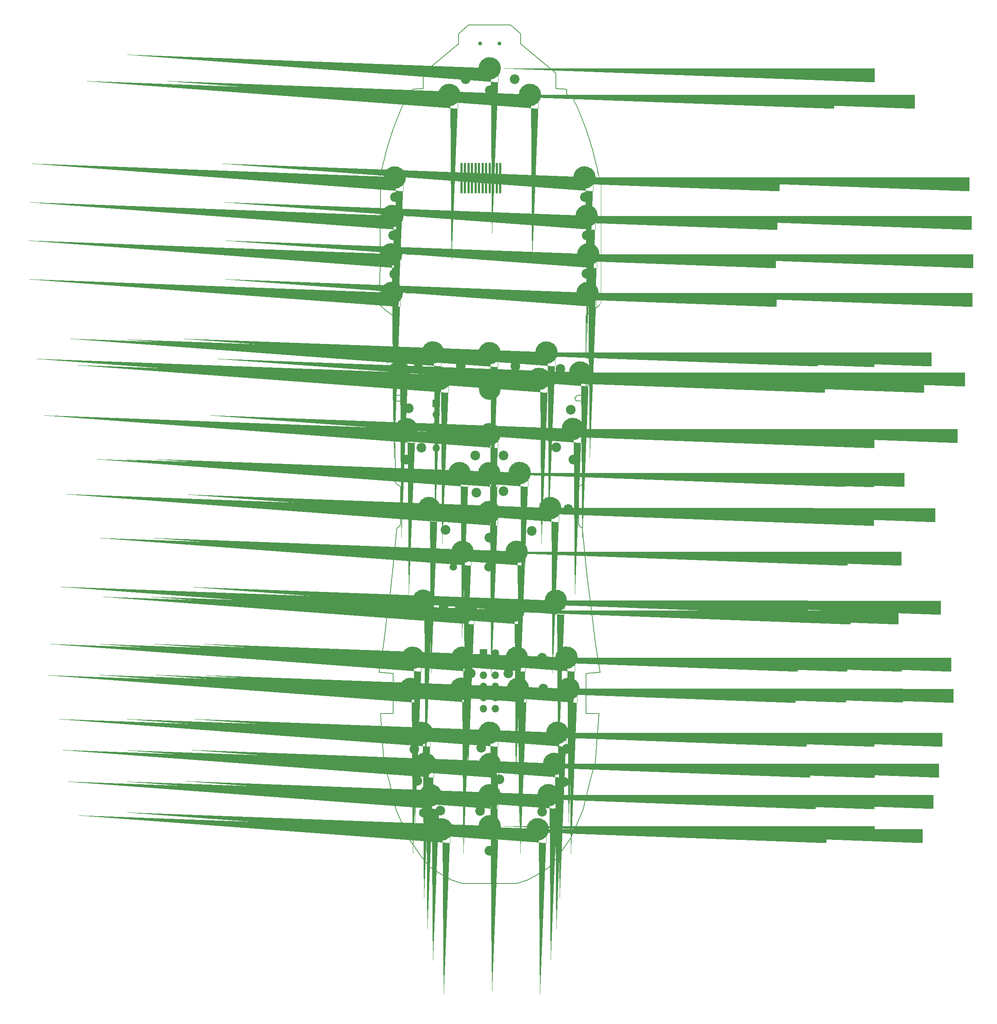
<source format=gbr>
%TF.GenerationSoftware,KiCad,Pcbnew,7.0.2*%
%TF.CreationDate,2024-06-13T20:52:08-04:00*%
%TF.ProjectId,800+,3830302b-2e6b-4696-9361-645f70636258,rev?*%
%TF.SameCoordinates,Original*%
%TF.FileFunction,Soldermask,Top*%
%TF.FilePolarity,Negative*%
%FSLAX46Y46*%
G04 Gerber Fmt 4.6, Leading zero omitted, Abs format (unit mm)*
G04 Created by KiCad (PCBNEW 7.0.2) date 2024-06-13 20:52:08*
%MOMM*%
%LPD*%
G01*
G04 APERTURE LIST*
G04 Aperture macros list*
%AMRoundRect*
0 Rectangle with rounded corners*
0 $1 Rounding radius*
0 $2 $3 $4 $5 $6 $7 $8 $9 X,Y pos of 4 corners*
0 Add a 4 corners polygon primitive as box body*
4,1,4,$2,$3,$4,$5,$6,$7,$8,$9,$2,$3,0*
0 Add four circle primitives for the rounded corners*
1,1,$1+$1,$2,$3*
1,1,$1+$1,$4,$5*
1,1,$1+$1,$6,$7*
1,1,$1+$1,$8,$9*
0 Add four rect primitives between the rounded corners*
20,1,$1+$1,$2,$3,$4,$5,0*
20,1,$1+$1,$4,$5,$6,$7,0*
20,1,$1+$1,$6,$7,$8,$9,0*
20,1,$1+$1,$8,$9,$2,$3,0*%
%AMFreePoly0*
4,1,95,-1.565916,2.406604,-1.267908,2.330088,-0.981841,2.216826,-0.712224,2.068603,-0.463311,1.887757,-0.239027,1.677140,-0.042908,1.440074,0.121951,1.180297,0.252952,0.901905,0.348029,0.609290,0.405681,0.307066,0.425000,0.000000,0.405681,-0.307066,0.348029,-0.609290,0.252952,-0.901905,0.121951,-1.180297,-0.042908,-1.440074,-0.239027,-1.677140,-0.463311,-1.887757,-0.712224,-2.068603,
-0.981841,-2.216826,-1.267908,-2.330088,-1.565916,-2.406604,-1.871163,-2.445165,-2.178837,-2.445165,-2.484084,-2.406604,-2.782092,-2.330088,-3.068159,-2.216826,-3.337776,-2.068603,-3.586689,-1.887757,-3.810973,-1.677140,-4.007092,-1.440074,-4.171951,-1.180297,-4.302952,-0.901905,-4.398029,-0.609290,-4.455681,-0.307066,-4.475000,0.000000,-3.629948,0.000000,-3.610188,-0.251069,-3.551396,-0.495956,
-3.455019,-0.728631,-3.323430,-0.943365,-3.159870,-1.134870,-2.968365,-1.298430,-2.753631,-1.430019,-2.520956,-1.526396,-2.276069,-1.585188,-2.025000,-1.604948,-1.773931,-1.585188,-1.529044,-1.526396,-1.296369,-1.430019,-1.081635,-1.298430,-0.890130,-1.134870,-0.726570,-0.943365,-0.594981,-0.728631,-0.498604,-0.495956,-0.439812,-0.251069,-0.421694,-0.020871,-0.425000,0.000000,-0.421694,0.020871,
-0.439812,0.251069,-0.498604,0.495956,-0.594981,0.728631,-0.726570,0.943365,-0.890130,1.134870,-1.081635,1.298430,-1.296369,1.430019,-1.529044,1.526396,-1.773931,1.585188,-2.025000,1.604948,-2.276069,1.585188,-2.520956,1.526396,-2.753631,1.430019,-2.968365,1.298430,-3.159870,1.134870,-3.323430,0.943365,-3.455019,0.728631,-3.551396,0.495956,-3.610188,0.251069,-3.629948,0.000000,
-4.475000,0.000000,-4.455681,0.307066,-4.398029,0.609290,-4.302952,0.901905,-4.171951,1.180297,-4.007092,1.440074,-3.810973,1.677140,-3.586689,1.887757,-3.337776,2.068603,-3.068159,2.216826,-2.782092,2.330088,-2.484084,2.406604,-2.178837,2.445165,-1.871163,2.445165,-1.565916,2.406604,-1.565916,2.406604,$1*%
G04 Aperture macros list end*
%ADD10C,2.575000*%
%ADD11C,2.000000*%
%ADD12C,0.250000*%
%ADD13FreePoly0,0.000000*%
%ADD14C,2.200000*%
%ADD15RoundRect,0.125000X-0.125000X-3.375000X0.125000X-3.375000X0.125000X3.375000X-0.125000X3.375000X0*%
%ADD16C,2.100000*%
%ADD17C,5.000000*%
%ADD18C,1.700000*%
%ADD19C,0.900000*%
%ADD20O,1.700000X1.700000*%
%ADD21R,1.700000X1.700000*%
%TA.AperFunction,Profile*%
%ADD22C,0.200000*%
%TD*%
%TA.AperFunction,Profile*%
%ADD23C,0.100000*%
%TD*%
G04 APERTURE END LIST*
%TO.C,SW29*%
D10*
X96727500Y-158000000D02*
G75*
G03*
X96727500Y-158000000I-1287500J0D01*
G01*
%TO.C,SW1*%
X102912500Y-47900000D02*
G75*
G03*
X102912500Y-47900000I-1287500J0D01*
G01*
%TO.C,SW7*%
X80617500Y-99040000D02*
G75*
G03*
X80617500Y-99040000I-1287500J0D01*
G01*
%TO.C,SW26*%
X102777500Y-148950000D02*
G75*
G03*
X102777500Y-148950000I-1287500J0D01*
G01*
%TO.C,SW17*%
X82257500Y-117140000D02*
G75*
G03*
X82257500Y-117140000I-1287500J0D01*
G01*
%TO.C,SW14*%
X102877500Y-112750000D02*
G75*
G03*
X102877500Y-112750000I-1287500J0D01*
G01*
%TO.C,SW50*%
X116337500Y-213400000D02*
G75*
G03*
X116337500Y-213400000I-1287500J0D01*
G01*
%TO.C,SW52*%
X91962500Y-221190000D02*
G75*
G03*
X91962500Y-221190000I-1287500J0D01*
G01*
%TO.C,SW6*%
X80457500Y-90270000D02*
G75*
G03*
X80457500Y-90270000I-1287500J0D01*
G01*
%TO.C,SW34*%
X85387500Y-182100000D02*
G75*
G03*
X85387500Y-182100000I-1287500J0D01*
G01*
%TO.C,SW27*%
X102817500Y-140090000D02*
G75*
G03*
X102817500Y-140090000I-1287500J0D01*
G01*
%TO.C,SW30*%
X87807500Y-169120000D02*
G75*
G03*
X87807500Y-169120000I-1287500J0D01*
G01*
%TO.C,SW13*%
X115857500Y-112610000D02*
G75*
G03*
X115857500Y-112610000I-1287500J0D01*
G01*
%TO.C,SW46*%
X102947500Y-206330000D02*
G75*
G03*
X102947500Y-206330000I-1287500J0D01*
G01*
%TO.C,SW15*%
X91617500Y-118600000D02*
G75*
G03*
X91617500Y-118600000I-1287500J0D01*
G01*
%TO.C,SW44*%
X118337500Y-199200000D02*
G75*
G03*
X118337500Y-199200000I-1287500J0D01*
G01*
%TO.C,SW24*%
X96047500Y-140060000D02*
G75*
G03*
X96047500Y-140060000I-1287500J0D01*
G01*
%TO.C,SW35*%
X96697500Y-182100000D02*
G75*
G03*
X96697500Y-182100000I-1287500J0D01*
G01*
%TO.C,SW33*%
X117992500Y-169130000D02*
G75*
G03*
X117992500Y-169130000I-1287500J0D01*
G01*
%TO.C,SW21*%
X121852500Y-130010000D02*
G75*
G03*
X121852500Y-130010000I-1287500J0D01*
G01*
%TO.C,SW38*%
X84897500Y-189200000D02*
G75*
G03*
X84897500Y-189200000I-1287500J0D01*
G01*
%TO.C,SW2*%
X93712500Y-53950000D02*
G75*
G03*
X93712500Y-53950000I-1287500J0D01*
G01*
%TO.C,SW45*%
X88207500Y-206270000D02*
G75*
G03*
X88207500Y-206270000I-1287500J0D01*
G01*
%TO.C,SW48*%
X89457500Y-213410000D02*
G75*
G03*
X89457500Y-213410000I-1287500J0D01*
G01*
%TO.C,SW19*%
X83937500Y-130020000D02*
G75*
G03*
X83937500Y-130020000I-1287500J0D01*
G01*
%TO.C,SW5*%
X80762500Y-81500000D02*
G75*
G03*
X80762500Y-81500000I-1287500J0D01*
G01*
%TO.C,SW12*%
X89967500Y-112580000D02*
G75*
G03*
X89967500Y-112580000I-1287500J0D01*
G01*
%TO.C,SW4*%
X81287500Y-72750000D02*
G75*
G03*
X81287500Y-72750000I-1287500J0D01*
G01*
%TO.C,SW31*%
X97467500Y-171380000D02*
G75*
G03*
X97467500Y-171380000I-1287500J0D01*
G01*
%TO.C,SW41*%
X120892500Y-189200000D02*
G75*
G03*
X120892500Y-189200000I-1287500J0D01*
G01*
%TO.C,SW23*%
X102897500Y-131200000D02*
G75*
G03*
X102897500Y-131200000I-1287500J0D01*
G01*
%TO.C,SW16*%
X114187500Y-118600000D02*
G75*
G03*
X114187500Y-118600000I-1287500J0D01*
G01*
%TO.C,SW51*%
X102912500Y-220500000D02*
G75*
G03*
X102912500Y-220500000I-1287500J0D01*
G01*
%TO.C,SW49*%
X102877500Y-213420000D02*
G75*
G03*
X102877500Y-213420000I-1287500J0D01*
G01*
%TO.C,SW28*%
X109057500Y-157990000D02*
G75*
G03*
X109057500Y-157990000I-1287500J0D01*
G01*
%TO.C,SW25*%
X109747500Y-140040000D02*
G75*
G03*
X109747500Y-140040000I-1287500J0D01*
G01*
%TO.C,SW40*%
X109377500Y-189180000D02*
G75*
G03*
X109377500Y-189180000I-1287500J0D01*
G01*
%TO.C,SW10*%
X125392500Y-90250000D02*
G75*
G03*
X125392500Y-90250000I-1287500J0D01*
G01*
%TO.C,SW22*%
X116707500Y-148040000D02*
G75*
G03*
X116707500Y-148040000I-1287500J0D01*
G01*
%TO.C,SW18*%
X123537500Y-117150000D02*
G75*
G03*
X123537500Y-117150000I-1287500J0D01*
G01*
%TO.C,SW37*%
X120427500Y-182080000D02*
G75*
G03*
X120427500Y-182080000I-1287500J0D01*
G01*
%TO.C,SW43*%
X102897500Y-199180000D02*
G75*
G03*
X102897500Y-199180000I-1287500J0D01*
G01*
%TO.C,SW36*%
X109107500Y-182100000D02*
G75*
G03*
X109107500Y-182100000I-1287500J0D01*
G01*
%TO.C,SW42*%
X87462500Y-199210000D02*
G75*
G03*
X87462500Y-199210000I-1287500J0D01*
G01*
%TO.C,SW20*%
X89097500Y-148020000D02*
G75*
G03*
X89097500Y-148020000I-1287500J0D01*
G01*
%TO.C,SW39*%
X96427500Y-189180000D02*
G75*
G03*
X96427500Y-189180000I-1287500J0D01*
G01*
%TO.C,SW47*%
X117597500Y-206280000D02*
G75*
G03*
X117597500Y-206280000I-1287500J0D01*
G01*
%TO.C,SW8*%
X124517500Y-72750000D02*
G75*
G03*
X124517500Y-72750000I-1287500J0D01*
G01*
%TO.C,SW53*%
X113857500Y-221180000D02*
G75*
G03*
X113857500Y-221180000I-1287500J0D01*
G01*
%TO.C,SW3*%
X112087500Y-53950000D02*
G75*
G03*
X112087500Y-53950000I-1287500J0D01*
G01*
%TO.C,SW11*%
X125207500Y-99060000D02*
G75*
G03*
X125207500Y-99060000I-1287500J0D01*
G01*
%TO.C,SW32*%
X108327500Y-171400000D02*
G75*
G03*
X108327500Y-171400000I-1287500J0D01*
G01*
%TO.C,SW9*%
X125012500Y-81500000D02*
G75*
G03*
X125012500Y-81500000I-1287500J0D01*
G01*
%TD*%
D11*
%TO.C,SW29*%
X95440000Y-158000000D03*
D12*
X93390000Y-158000000D03*
X93706167Y-158918416D03*
X93733172Y-157000000D03*
X94390000Y-159700000D03*
X94440000Y-156200000D03*
X95440000Y-156000000D03*
X95440000Y-160099488D03*
X96490000Y-156250000D03*
X96625258Y-159650000D03*
X97240000Y-157000000D03*
X97290000Y-158900000D03*
X97465000Y-158000000D03*
D13*
X97465000Y-158000000D03*
%TD*%
D11*
%TO.C,SW1*%
X101625000Y-47900000D03*
D12*
X99575000Y-47900000D03*
X99891167Y-48818416D03*
X99918172Y-46900000D03*
X100575000Y-49600000D03*
X100625000Y-46100000D03*
X101625000Y-45900000D03*
X101625000Y-49999488D03*
X102675000Y-46150000D03*
X102810258Y-49550000D03*
X103425000Y-46900000D03*
X103475000Y-48800000D03*
X103650000Y-47900000D03*
D13*
X103650000Y-47900000D03*
%TD*%
D11*
%TO.C,SW7*%
X79330000Y-99040000D03*
D12*
X77280000Y-99040000D03*
X77596167Y-99958416D03*
X77623172Y-98040000D03*
X78280000Y-100740000D03*
X78330000Y-97240000D03*
X79330000Y-97040000D03*
X79330000Y-101139488D03*
X80380000Y-97290000D03*
X80515258Y-100690000D03*
X81130000Y-98040000D03*
X81180000Y-99940000D03*
X81355000Y-99040000D03*
D13*
X81355000Y-99040000D03*
%TD*%
D11*
%TO.C,SW26*%
X101490000Y-148950000D03*
D12*
X99440000Y-148950000D03*
X99756167Y-149868416D03*
X99783172Y-147950000D03*
X100440000Y-150650000D03*
X100490000Y-147150000D03*
X101490000Y-146950000D03*
X101490000Y-151049488D03*
X102540000Y-147200000D03*
X102675258Y-150600000D03*
X103290000Y-147950000D03*
X103340000Y-149850000D03*
X103515000Y-148950000D03*
D13*
X103515000Y-148950000D03*
%TD*%
D11*
%TO.C,SW17*%
X80970000Y-117140000D03*
D12*
X78920000Y-117140000D03*
X79236167Y-118058416D03*
X79263172Y-116140000D03*
X79920000Y-118840000D03*
X79970000Y-115340000D03*
X80970000Y-115140000D03*
X80970000Y-119239488D03*
X82020000Y-115390000D03*
X82155258Y-118790000D03*
X82770000Y-116140000D03*
X82820000Y-118040000D03*
X82995000Y-117140000D03*
D13*
X82995000Y-117140000D03*
%TD*%
D11*
%TO.C,SW14*%
X101590000Y-112750000D03*
D12*
X99540000Y-112750000D03*
X99856167Y-113668416D03*
X99883172Y-111750000D03*
X100540000Y-114450000D03*
X100590000Y-110950000D03*
X101590000Y-110750000D03*
X101590000Y-114849488D03*
X102640000Y-111000000D03*
X102775258Y-114400000D03*
X103390000Y-111750000D03*
X103440000Y-113650000D03*
X103615000Y-112750000D03*
D13*
X103615000Y-112750000D03*
%TD*%
D11*
%TO.C,SW50*%
X115050000Y-213400000D03*
D12*
X113000000Y-213400000D03*
X113316167Y-214318416D03*
X113343172Y-212400000D03*
X114000000Y-215100000D03*
X114050000Y-211600000D03*
X115050000Y-211400000D03*
X115050000Y-215499488D03*
X116100000Y-211650000D03*
X116235258Y-215050000D03*
X116850000Y-212400000D03*
X116900000Y-214300000D03*
X117075000Y-213400000D03*
D13*
X117075000Y-213400000D03*
%TD*%
D11*
%TO.C,SW52*%
X90675000Y-221190000D03*
D12*
X88625000Y-221190000D03*
X88941167Y-222108416D03*
X88968172Y-220190000D03*
X89625000Y-222890000D03*
X89675000Y-219390000D03*
X90675000Y-219190000D03*
X90675000Y-223289488D03*
X91725000Y-219440000D03*
X91860258Y-222840000D03*
X92475000Y-220190000D03*
X92525000Y-222090000D03*
X92700000Y-221190000D03*
D13*
X92700000Y-221190000D03*
%TD*%
D11*
%TO.C,SW6*%
X79170000Y-90270000D03*
D12*
X77120000Y-90270000D03*
X77436167Y-91188416D03*
X77463172Y-89270000D03*
X78120000Y-91970000D03*
X78170000Y-88470000D03*
X79170000Y-88270000D03*
X79170000Y-92369488D03*
X80220000Y-88520000D03*
X80355258Y-91920000D03*
X80970000Y-89270000D03*
X81020000Y-91170000D03*
X81195000Y-90270000D03*
D13*
X81195000Y-90270000D03*
%TD*%
D11*
%TO.C,SW34*%
X84100000Y-182100000D03*
D12*
X82050000Y-182100000D03*
X82366167Y-183018416D03*
X82393172Y-181100000D03*
X83050000Y-183800000D03*
X83100000Y-180300000D03*
X84100000Y-180100000D03*
X84100000Y-184199488D03*
X85150000Y-180350000D03*
X85285258Y-183750000D03*
X85900000Y-181100000D03*
X85950000Y-183000000D03*
X86125000Y-182100000D03*
D13*
X86125000Y-182100000D03*
%TD*%
D11*
%TO.C,SW27*%
X101530000Y-140090000D03*
D12*
X99480000Y-140090000D03*
X99796167Y-141008416D03*
X99823172Y-139090000D03*
X100480000Y-141790000D03*
X100530000Y-138290000D03*
X101530000Y-138090000D03*
X101530000Y-142189488D03*
X102580000Y-138340000D03*
X102715258Y-141740000D03*
X103330000Y-139090000D03*
X103380000Y-140990000D03*
X103555000Y-140090000D03*
D13*
X103555000Y-140090000D03*
%TD*%
D11*
%TO.C,SW30*%
X86520000Y-169120000D03*
D12*
X84470000Y-169120000D03*
X84786167Y-170038416D03*
X84813172Y-168120000D03*
X85470000Y-170820000D03*
X85520000Y-167320000D03*
X86520000Y-167120000D03*
X86520000Y-171219488D03*
X87570000Y-167370000D03*
X87705258Y-170770000D03*
X88320000Y-168120000D03*
X88370000Y-170020000D03*
X88545000Y-169120000D03*
D13*
X88545000Y-169120000D03*
%TD*%
D11*
%TO.C,SW13*%
X114570000Y-112610000D03*
D12*
X112520000Y-112610000D03*
X112836167Y-113528416D03*
X112863172Y-111610000D03*
X113520000Y-114310000D03*
X113570000Y-110810000D03*
X114570000Y-110610000D03*
X114570000Y-114709488D03*
X115620000Y-110860000D03*
X115755258Y-114260000D03*
X116370000Y-111610000D03*
X116420000Y-113510000D03*
X116595000Y-112610000D03*
D13*
X116595000Y-112610000D03*
%TD*%
D11*
%TO.C,SW46*%
X101660000Y-206330000D03*
D12*
X99610000Y-206330000D03*
X99926167Y-207248416D03*
X99953172Y-205330000D03*
X100610000Y-208030000D03*
X100660000Y-204530000D03*
X101660000Y-204330000D03*
X101660000Y-208429488D03*
X102710000Y-204580000D03*
X102845258Y-207980000D03*
X103460000Y-205330000D03*
X103510000Y-207230000D03*
X103685000Y-206330000D03*
D13*
X103685000Y-206330000D03*
%TD*%
D11*
%TO.C,SW15*%
X90330000Y-118600000D03*
D12*
X88280000Y-118600000D03*
X88596167Y-119518416D03*
X88623172Y-117600000D03*
X89280000Y-120300000D03*
X89330000Y-116800000D03*
X90330000Y-116600000D03*
X90330000Y-120699488D03*
X91380000Y-116850000D03*
X91515258Y-120250000D03*
X92130000Y-117600000D03*
X92180000Y-119500000D03*
X92355000Y-118600000D03*
D13*
X92355000Y-118600000D03*
%TD*%
D11*
%TO.C,SW44*%
X117050000Y-199200000D03*
D12*
X115000000Y-199200000D03*
X115316167Y-200118416D03*
X115343172Y-198200000D03*
X116000000Y-200900000D03*
X116050000Y-197400000D03*
X117050000Y-197200000D03*
X117050000Y-201299488D03*
X118100000Y-197450000D03*
X118235258Y-200850000D03*
X118850000Y-198200000D03*
X118900000Y-200100000D03*
X119075000Y-199200000D03*
D13*
X119075000Y-199200000D03*
%TD*%
D11*
%TO.C,SW24*%
X94760000Y-140060000D03*
D12*
X92710000Y-140060000D03*
X93026167Y-140978416D03*
X93053172Y-139060000D03*
X93710000Y-141760000D03*
X93760000Y-138260000D03*
X94760000Y-138060000D03*
X94760000Y-142159488D03*
X95810000Y-138310000D03*
X95945258Y-141710000D03*
X96560000Y-139060000D03*
X96610000Y-140960000D03*
X96785000Y-140060000D03*
D13*
X96785000Y-140060000D03*
%TD*%
D11*
%TO.C,SW35*%
X95410000Y-182100000D03*
D12*
X93360000Y-182100000D03*
X93676167Y-183018416D03*
X93703172Y-181100000D03*
X94360000Y-183800000D03*
X94410000Y-180300000D03*
X95410000Y-180100000D03*
X95410000Y-184199488D03*
X96460000Y-180350000D03*
X96595258Y-183750000D03*
X97210000Y-181100000D03*
X97260000Y-183000000D03*
X97435000Y-182100000D03*
D13*
X97435000Y-182100000D03*
%TD*%
D11*
%TO.C,SW33*%
X116705000Y-169130000D03*
D12*
X114655000Y-169130000D03*
X114971167Y-170048416D03*
X114998172Y-168130000D03*
X115655000Y-170830000D03*
X115705000Y-167330000D03*
X116705000Y-167130000D03*
X116705000Y-171229488D03*
X117755000Y-167380000D03*
X117890258Y-170780000D03*
X118505000Y-168130000D03*
X118555000Y-170030000D03*
X118730000Y-169130000D03*
D13*
X118730000Y-169130000D03*
%TD*%
D11*
%TO.C,SW21*%
X120565000Y-130010000D03*
D12*
X118515000Y-130010000D03*
X118831167Y-130928416D03*
X118858172Y-129010000D03*
X119515000Y-131710000D03*
X119565000Y-128210000D03*
X120565000Y-128010000D03*
X120565000Y-132109488D03*
X121615000Y-128260000D03*
X121750258Y-131660000D03*
X122365000Y-129010000D03*
X122415000Y-130910000D03*
X122590000Y-130010000D03*
D13*
X122590000Y-130010000D03*
%TD*%
D11*
%TO.C,SW38*%
X83610000Y-189200000D03*
D12*
X81560000Y-189200000D03*
X81876167Y-190118416D03*
X81903172Y-188200000D03*
X82560000Y-190900000D03*
X82610000Y-187400000D03*
X83610000Y-187200000D03*
X83610000Y-191299488D03*
X84660000Y-187450000D03*
X84795258Y-190850000D03*
X85410000Y-188200000D03*
X85460000Y-190100000D03*
X85635000Y-189200000D03*
D13*
X85635000Y-189200000D03*
%TD*%
D11*
%TO.C,SW2*%
X92425000Y-53950000D03*
D12*
X90375000Y-53950000D03*
X90691167Y-54868416D03*
X90718172Y-52950000D03*
X91375000Y-55650000D03*
X91425000Y-52150000D03*
X92425000Y-51950000D03*
X92425000Y-56049488D03*
X93475000Y-52200000D03*
X93610258Y-55600000D03*
X94225000Y-52950000D03*
X94275000Y-54850000D03*
X94450000Y-53950000D03*
D13*
X94450000Y-53950000D03*
%TD*%
D11*
%TO.C,SW45*%
X86920000Y-206270000D03*
D12*
X84870000Y-206270000D03*
X85186167Y-207188416D03*
X85213172Y-205270000D03*
X85870000Y-207970000D03*
X85920000Y-204470000D03*
X86920000Y-204270000D03*
X86920000Y-208369488D03*
X87970000Y-204520000D03*
X88105258Y-207920000D03*
X88720000Y-205270000D03*
X88770000Y-207170000D03*
X88945000Y-206270000D03*
D13*
X88945000Y-206270000D03*
%TD*%
D11*
%TO.C,SW48*%
X88170000Y-213410000D03*
D12*
X86120000Y-213410000D03*
X86436167Y-214328416D03*
X86463172Y-212410000D03*
X87120000Y-215110000D03*
X87170000Y-211610000D03*
X88170000Y-211410000D03*
X88170000Y-215509488D03*
X89220000Y-211660000D03*
X89355258Y-215060000D03*
X89970000Y-212410000D03*
X90020000Y-214310000D03*
X90195000Y-213410000D03*
D13*
X90195000Y-213410000D03*
%TD*%
D11*
%TO.C,SW19*%
X82650000Y-130020000D03*
D12*
X80600000Y-130020000D03*
X80916167Y-130938416D03*
X80943172Y-129020000D03*
X81600000Y-131720000D03*
X81650000Y-128220000D03*
X82650000Y-128020000D03*
X82650000Y-132119488D03*
X83700000Y-128270000D03*
X83835258Y-131670000D03*
X84450000Y-129020000D03*
X84500000Y-130920000D03*
X84675000Y-130020000D03*
D13*
X84675000Y-130020000D03*
%TD*%
D11*
%TO.C,SW5*%
X79475000Y-81500000D03*
D12*
X77425000Y-81500000D03*
X77741167Y-82418416D03*
X77768172Y-80500000D03*
X78425000Y-83200000D03*
X78475000Y-79700000D03*
X79475000Y-79500000D03*
X79475000Y-83599488D03*
X80525000Y-79750000D03*
X80660258Y-83150000D03*
X81275000Y-80500000D03*
X81325000Y-82400000D03*
X81500000Y-81500000D03*
D13*
X81500000Y-81500000D03*
%TD*%
D11*
%TO.C,SW12*%
X88680000Y-112580000D03*
D12*
X86630000Y-112580000D03*
X86946167Y-113498416D03*
X86973172Y-111580000D03*
X87630000Y-114280000D03*
X87680000Y-110780000D03*
X88680000Y-110580000D03*
X88680000Y-114679488D03*
X89730000Y-110830000D03*
X89865258Y-114230000D03*
X90480000Y-111580000D03*
X90530000Y-113480000D03*
X90705000Y-112580000D03*
D13*
X90705000Y-112580000D03*
%TD*%
D11*
%TO.C,SW4*%
X80000000Y-72750000D03*
D12*
X77950000Y-72750000D03*
X78266167Y-73668416D03*
X78293172Y-71750000D03*
X78950000Y-74450000D03*
X79000000Y-70950000D03*
X80000000Y-70750000D03*
X80000000Y-74849488D03*
X81050000Y-71000000D03*
X81185258Y-74400000D03*
X81800000Y-71750000D03*
X81850000Y-73650000D03*
X82025000Y-72750000D03*
D13*
X82025000Y-72750000D03*
%TD*%
D11*
%TO.C,SW31*%
X96180000Y-171380000D03*
D12*
X94130000Y-171380000D03*
X94446167Y-172298416D03*
X94473172Y-170380000D03*
X95130000Y-173080000D03*
X95180000Y-169580000D03*
X96180000Y-169380000D03*
X96180000Y-173479488D03*
X97230000Y-169630000D03*
X97365258Y-173030000D03*
X97980000Y-170380000D03*
X98030000Y-172280000D03*
X98205000Y-171380000D03*
D13*
X98205000Y-171380000D03*
%TD*%
D11*
%TO.C,SW41*%
X119605000Y-189200000D03*
D12*
X117555000Y-189200000D03*
X117871167Y-190118416D03*
X117898172Y-188200000D03*
X118555000Y-190900000D03*
X118605000Y-187400000D03*
X119605000Y-187200000D03*
X119605000Y-191299488D03*
X120655000Y-187450000D03*
X120790258Y-190850000D03*
X121405000Y-188200000D03*
X121455000Y-190100000D03*
X121630000Y-189200000D03*
D13*
X121630000Y-189200000D03*
%TD*%
D11*
%TO.C,SW23*%
X101610000Y-131200000D03*
D12*
X99560000Y-131200000D03*
X99876167Y-132118416D03*
X99903172Y-130200000D03*
X100560000Y-132900000D03*
X100610000Y-129400000D03*
X101610000Y-129200000D03*
X101610000Y-133299488D03*
X102660000Y-129450000D03*
X102795258Y-132850000D03*
X103410000Y-130200000D03*
X103460000Y-132100000D03*
X103635000Y-131200000D03*
D13*
X103635000Y-131200000D03*
%TD*%
D11*
%TO.C,SW16*%
X112900000Y-118600000D03*
D12*
X110850000Y-118600000D03*
X111166167Y-119518416D03*
X111193172Y-117600000D03*
X111850000Y-120300000D03*
X111900000Y-116800000D03*
X112900000Y-116600000D03*
X112900000Y-120699488D03*
X113950000Y-116850000D03*
X114085258Y-120250000D03*
X114700000Y-117600000D03*
X114750000Y-119500000D03*
X114925000Y-118600000D03*
D13*
X114925000Y-118600000D03*
%TD*%
D11*
%TO.C,SW51*%
X101625000Y-220500000D03*
D12*
X99575000Y-220500000D03*
X99891167Y-221418416D03*
X99918172Y-219500000D03*
X100575000Y-222200000D03*
X100625000Y-218700000D03*
X101625000Y-218500000D03*
X101625000Y-222599488D03*
X102675000Y-218750000D03*
X102810258Y-222150000D03*
X103425000Y-219500000D03*
X103475000Y-221400000D03*
X103650000Y-220500000D03*
D13*
X103650000Y-220500000D03*
%TD*%
D11*
%TO.C,SW49*%
X101590000Y-213420000D03*
D12*
X99540000Y-213420000D03*
X99856167Y-214338416D03*
X99883172Y-212420000D03*
X100540000Y-215120000D03*
X100590000Y-211620000D03*
X101590000Y-211420000D03*
X101590000Y-215519488D03*
X102640000Y-211670000D03*
X102775258Y-215070000D03*
X103390000Y-212420000D03*
X103440000Y-214320000D03*
X103615000Y-213420000D03*
D13*
X103615000Y-213420000D03*
%TD*%
D11*
%TO.C,SW28*%
X107770000Y-157990000D03*
D12*
X105720000Y-157990000D03*
X106036167Y-158908416D03*
X106063172Y-156990000D03*
X106720000Y-159690000D03*
X106770000Y-156190000D03*
X107770000Y-155990000D03*
X107770000Y-160089488D03*
X108820000Y-156240000D03*
X108955258Y-159640000D03*
X109570000Y-156990000D03*
X109620000Y-158890000D03*
X109795000Y-157990000D03*
D13*
X109795000Y-157990000D03*
%TD*%
D11*
%TO.C,SW25*%
X108460000Y-140040000D03*
D12*
X106410000Y-140040000D03*
X106726167Y-140958416D03*
X106753172Y-139040000D03*
X107410000Y-141740000D03*
X107460000Y-138240000D03*
X108460000Y-138040000D03*
X108460000Y-142139488D03*
X109510000Y-138290000D03*
X109645258Y-141690000D03*
X110260000Y-139040000D03*
X110310000Y-140940000D03*
X110485000Y-140040000D03*
D13*
X110485000Y-140040000D03*
%TD*%
D11*
%TO.C,SW40*%
X108090000Y-189180000D03*
D12*
X106040000Y-189180000D03*
X106356167Y-190098416D03*
X106383172Y-188180000D03*
X107040000Y-190880000D03*
X107090000Y-187380000D03*
X108090000Y-187180000D03*
X108090000Y-191279488D03*
X109140000Y-187430000D03*
X109275258Y-190830000D03*
X109890000Y-188180000D03*
X109940000Y-190080000D03*
X110115000Y-189180000D03*
D13*
X110115000Y-189180000D03*
%TD*%
D11*
%TO.C,SW10*%
X124105000Y-90250000D03*
D12*
X122055000Y-90250000D03*
X122371167Y-91168416D03*
X122398172Y-89250000D03*
X123055000Y-91950000D03*
X123105000Y-88450000D03*
X124105000Y-88250000D03*
X124105000Y-92349488D03*
X125155000Y-88500000D03*
X125290258Y-91900000D03*
X125905000Y-89250000D03*
X125955000Y-91150000D03*
X126130000Y-90250000D03*
D13*
X126130000Y-90250000D03*
%TD*%
D11*
%TO.C,SW22*%
X115420000Y-148040000D03*
D12*
X113370000Y-148040000D03*
X113686167Y-148958416D03*
X113713172Y-147040000D03*
X114370000Y-149740000D03*
X114420000Y-146240000D03*
X115420000Y-146040000D03*
X115420000Y-150139488D03*
X116470000Y-146290000D03*
X116605258Y-149690000D03*
X117220000Y-147040000D03*
X117270000Y-148940000D03*
X117445000Y-148040000D03*
D13*
X117445000Y-148040000D03*
%TD*%
D11*
%TO.C,SW18*%
X122250000Y-117150000D03*
D12*
X120200000Y-117150000D03*
X120516167Y-118068416D03*
X120543172Y-116150000D03*
X121200000Y-118850000D03*
X121250000Y-115350000D03*
X122250000Y-115150000D03*
X122250000Y-119249488D03*
X123300000Y-115400000D03*
X123435258Y-118800000D03*
X124050000Y-116150000D03*
X124100000Y-118050000D03*
X124275000Y-117150000D03*
D13*
X124275000Y-117150000D03*
%TD*%
D11*
%TO.C,SW37*%
X119140000Y-182080000D03*
D12*
X117090000Y-182080000D03*
X117406167Y-182998416D03*
X117433172Y-181080000D03*
X118090000Y-183780000D03*
X118140000Y-180280000D03*
X119140000Y-180080000D03*
X119140000Y-184179488D03*
X120190000Y-180330000D03*
X120325258Y-183730000D03*
X120940000Y-181080000D03*
X120990000Y-182980000D03*
X121165000Y-182080000D03*
D13*
X121165000Y-182080000D03*
%TD*%
D11*
%TO.C,SW43*%
X101610000Y-199180000D03*
D12*
X99560000Y-199180000D03*
X99876167Y-200098416D03*
X99903172Y-198180000D03*
X100560000Y-200880000D03*
X100610000Y-197380000D03*
X101610000Y-197180000D03*
X101610000Y-201279488D03*
X102660000Y-197430000D03*
X102795258Y-200830000D03*
X103410000Y-198180000D03*
X103460000Y-200080000D03*
X103635000Y-199180000D03*
D13*
X103635000Y-199180000D03*
%TD*%
D11*
%TO.C,SW36*%
X107820000Y-182100000D03*
D12*
X105770000Y-182100000D03*
X106086167Y-183018416D03*
X106113172Y-181100000D03*
X106770000Y-183800000D03*
X106820000Y-180300000D03*
X107820000Y-180100000D03*
X107820000Y-184199488D03*
X108870000Y-180350000D03*
X109005258Y-183750000D03*
X109620000Y-181100000D03*
X109670000Y-183000000D03*
X109845000Y-182100000D03*
D13*
X109845000Y-182100000D03*
%TD*%
D11*
%TO.C,SW42*%
X86175000Y-199210000D03*
D12*
X84125000Y-199210000D03*
X84441167Y-200128416D03*
X84468172Y-198210000D03*
X85125000Y-200910000D03*
X85175000Y-197410000D03*
X86175000Y-197210000D03*
X86175000Y-201309488D03*
X87225000Y-197460000D03*
X87360258Y-200860000D03*
X87975000Y-198210000D03*
X88025000Y-200110000D03*
X88200000Y-199210000D03*
D13*
X88200000Y-199210000D03*
%TD*%
D11*
%TO.C,SW20*%
X87810000Y-148020000D03*
D12*
X85760000Y-148020000D03*
X86076167Y-148938416D03*
X86103172Y-147020000D03*
X86760000Y-149720000D03*
X86810000Y-146220000D03*
X87810000Y-146020000D03*
X87810000Y-150119488D03*
X88860000Y-146270000D03*
X88995258Y-149670000D03*
X89610000Y-147020000D03*
X89660000Y-148920000D03*
X89835000Y-148020000D03*
D13*
X89835000Y-148020000D03*
%TD*%
D11*
%TO.C,SW39*%
X95140000Y-189180000D03*
D12*
X93090000Y-189180000D03*
X93406167Y-190098416D03*
X93433172Y-188180000D03*
X94090000Y-190880000D03*
X94140000Y-187380000D03*
X95140000Y-187180000D03*
X95140000Y-191279488D03*
X96190000Y-187430000D03*
X96325258Y-190830000D03*
X96940000Y-188180000D03*
X96990000Y-190080000D03*
X97165000Y-189180000D03*
D13*
X97165000Y-189180000D03*
%TD*%
D11*
%TO.C,SW47*%
X116310000Y-206280000D03*
D12*
X114260000Y-206280000D03*
X114576167Y-207198416D03*
X114603172Y-205280000D03*
X115260000Y-207980000D03*
X115310000Y-204480000D03*
X116310000Y-204280000D03*
X116310000Y-208379488D03*
X117360000Y-204530000D03*
X117495258Y-207930000D03*
X118110000Y-205280000D03*
X118160000Y-207180000D03*
X118335000Y-206280000D03*
D13*
X118335000Y-206280000D03*
%TD*%
D11*
%TO.C,SW8*%
X123230000Y-72750000D03*
D12*
X121180000Y-72750000D03*
X121496167Y-73668416D03*
X121523172Y-71750000D03*
X122180000Y-74450000D03*
X122230000Y-70950000D03*
X123230000Y-70750000D03*
X123230000Y-74849488D03*
X124280000Y-71000000D03*
X124415258Y-74400000D03*
X125030000Y-71750000D03*
X125080000Y-73650000D03*
X125255000Y-72750000D03*
D13*
X125255000Y-72750000D03*
%TD*%
D11*
%TO.C,SW53*%
X112570000Y-221180000D03*
D12*
X110520000Y-221180000D03*
X110836167Y-222098416D03*
X110863172Y-220180000D03*
X111520000Y-222880000D03*
X111570000Y-219380000D03*
X112570000Y-219180000D03*
X112570000Y-223279488D03*
X113620000Y-219430000D03*
X113755258Y-222830000D03*
X114370000Y-220180000D03*
X114420000Y-222080000D03*
X114595000Y-221180000D03*
D13*
X114595000Y-221180000D03*
%TD*%
D11*
%TO.C,SW3*%
X110800000Y-53950000D03*
D12*
X108750000Y-53950000D03*
X109066167Y-54868416D03*
X109093172Y-52950000D03*
X109750000Y-55650000D03*
X109800000Y-52150000D03*
X110800000Y-51950000D03*
X110800000Y-56049488D03*
X111850000Y-52200000D03*
X111985258Y-55600000D03*
X112600000Y-52950000D03*
X112650000Y-54850000D03*
X112825000Y-53950000D03*
D13*
X112825000Y-53950000D03*
%TD*%
D11*
%TO.C,SW11*%
X123920000Y-99060000D03*
D12*
X121870000Y-99060000D03*
X122186167Y-99978416D03*
X122213172Y-98060000D03*
X122870000Y-100760000D03*
X122920000Y-97260000D03*
X123920000Y-97060000D03*
X123920000Y-101159488D03*
X124970000Y-97310000D03*
X125105258Y-100710000D03*
X125720000Y-98060000D03*
X125770000Y-99960000D03*
X125945000Y-99060000D03*
D13*
X125945000Y-99060000D03*
%TD*%
D11*
%TO.C,SW32*%
X107040000Y-171400000D03*
D12*
X104990000Y-171400000D03*
X105306167Y-172318416D03*
X105333172Y-170400000D03*
X105990000Y-173100000D03*
X106040000Y-169600000D03*
X107040000Y-169400000D03*
X107040000Y-173499488D03*
X108090000Y-169650000D03*
X108225258Y-173050000D03*
X108840000Y-170400000D03*
X108890000Y-172300000D03*
X109065000Y-171400000D03*
D13*
X109065000Y-171400000D03*
%TD*%
D11*
%TO.C,SW9*%
X123725000Y-81500000D03*
D12*
X121675000Y-81500000D03*
X121991167Y-82418416D03*
X122018172Y-80500000D03*
X122675000Y-83200000D03*
X122725000Y-79700000D03*
X123725000Y-79500000D03*
X123725000Y-83599488D03*
X124775000Y-79750000D03*
X124910258Y-83150000D03*
X125525000Y-80500000D03*
X125575000Y-82400000D03*
X125750000Y-81500000D03*
D13*
X125750000Y-81500000D03*
%TD*%
D14*
%TO.C,H8*%
X82570000Y-136990000D03*
%TD*%
D15*
%TO.C,J1*%
X95188280Y-72913270D03*
X95993280Y-72913270D03*
X96798280Y-72913270D03*
X97603280Y-72913270D03*
X98408280Y-72913270D03*
X99213280Y-72913270D03*
X100018280Y-72913270D03*
X100823280Y-72913270D03*
X101628280Y-72913270D03*
X102433280Y-72913270D03*
X103238280Y-72913270D03*
X104043280Y-72913270D03*
%TD*%
D14*
%TO.C,H7*%
X120680000Y-136950000D03*
%TD*%
D16*
%TO.C,H5*%
X116620000Y-217460000D03*
%TD*%
D14*
%TO.C,H6*%
X101600000Y-226100000D03*
%TD*%
D16*
%TO.C,H4*%
X86580000Y-217460000D03*
%TD*%
D17*
%TO.C,H1*%
X101640000Y-120900000D03*
%TD*%
D14*
%TO.C,H9*%
X101620000Y-52880000D03*
%TD*%
%TO.C,D31*%
X83090000Y-148662500D03*
%TD*%
%TO.C,D25*%
X123340000Y-77220000D03*
%TD*%
%TO.C,D30*%
X123660000Y-94650000D03*
%TD*%
%TO.C,D32*%
X116830000Y-134192500D03*
%TD*%
%TO.C,D33*%
X86090000Y-134282500D03*
%TD*%
%TO.C,D14*%
X105850000Y-185700000D03*
%TD*%
%TO.C,D39*%
X101570000Y-171480000D03*
%TD*%
%TO.C,D23*%
X107500000Y-115760000D03*
%TD*%
%TO.C,D35*%
X91140000Y-170430000D03*
%TD*%
%TO.C,D15*%
X123760000Y-85970000D03*
%TD*%
D11*
%TO.C,J4*%
X101390000Y-161420000D03*
D18*
X93390000Y-161420000D03*
%TD*%
D14*
%TO.C,D20*%
X98582500Y-144530000D03*
%TD*%
%TO.C,D36*%
X119514000Y-148250000D03*
%TD*%
D19*
%TO.C,J2*%
X99410000Y-42275000D03*
X103810000Y-42275000D03*
%TD*%
D14*
%TO.C,D4*%
X103810000Y-209840000D03*
%TD*%
%TO.C,D22*%
X111217500Y-153230000D03*
%TD*%
%TO.C,D11*%
X98312500Y-136090000D03*
%TD*%
%TO.C,D24*%
X89420000Y-189190000D03*
%TD*%
%TO.C,D9*%
X104780000Y-136020000D03*
%TD*%
%TO.C,D38*%
X111700000Y-170700000D03*
%TD*%
%TO.C,D13*%
X80100000Y-77190000D03*
%TD*%
%TO.C,D17*%
X79620000Y-85950000D03*
%TD*%
%TO.C,D26*%
X113610000Y-182120000D03*
%TD*%
%TO.C,D28*%
X107300000Y-50400000D03*
%TD*%
%TO.C,D5*%
X119190000Y-202830000D03*
%TD*%
D18*
%TO.C,J7*%
X102900000Y-181050000D03*
D20*
X102900000Y-183590000D03*
X102900000Y-186130000D03*
X102900000Y-188670000D03*
X102900000Y-191210000D03*
X102900000Y-193750000D03*
%TD*%
D14*
%TO.C,D2*%
X99440000Y-216960000D03*
%TD*%
%TO.C,D18*%
X96140000Y-50360000D03*
%TD*%
%TO.C,D7*%
X84470000Y-202980000D03*
%TD*%
%TO.C,D8*%
X118560000Y-210400000D03*
%TD*%
%TO.C,D16*%
X120090000Y-125664000D03*
%TD*%
%TO.C,D3*%
X113550000Y-217170000D03*
%TD*%
%TO.C,D34*%
X117730000Y-116300000D03*
%TD*%
%TO.C,D42*%
X95070000Y-115670000D03*
%TD*%
%TO.C,D21*%
X101530000Y-154790000D03*
%TD*%
%TO.C,D6*%
X85120000Y-210120000D03*
%TD*%
%TO.C,D19*%
X85275000Y-116125000D03*
%TD*%
%TO.C,D12*%
X83200000Y-125274000D03*
%TD*%
%TO.C,D43*%
X97300000Y-185700000D03*
%TD*%
D21*
%TO.C,J3*%
X89420000Y-124180000D03*
D20*
X89420000Y-126720000D03*
X89420000Y-129260000D03*
X89420000Y-131800000D03*
X89420000Y-134340000D03*
%TD*%
D21*
%TO.C,J6*%
X100250000Y-181050000D03*
D20*
X100250000Y-183590000D03*
X100250000Y-186130000D03*
X100250000Y-188670000D03*
X100250000Y-191210000D03*
X100250000Y-193750000D03*
%TD*%
D14*
%TO.C,D37*%
X91580000Y-152960000D03*
%TD*%
%TO.C,D10*%
X104767500Y-144200000D03*
%TD*%
%TO.C,D41*%
X99680000Y-202590000D03*
%TD*%
%TO.C,D40*%
X89740000Y-182430000D03*
%TD*%
%TO.C,D27*%
X113840000Y-189170000D03*
%TD*%
%TO.C,D29*%
X79910000Y-94740000D03*
%TD*%
%TO.C,D1*%
X90430000Y-216910000D03*
%TD*%
D22*
X124957787Y-185550035D02*
X123587431Y-185661847D01*
X88100000Y-229900000D02*
X90846015Y-231585032D01*
X126614331Y-101764031D02*
X125394275Y-102951174D01*
X122982904Y-142392064D02*
X121880997Y-143156584D01*
X90846015Y-231585032D02*
X93049943Y-232732052D01*
X79790067Y-124119007D02*
X80249492Y-142392086D01*
X81610490Y-122376435D02*
X82195356Y-122930672D01*
X78682146Y-119979309D02*
X79732178Y-120083292D01*
X80181413Y-123706012D02*
X79790067Y-124119007D01*
X116755233Y-52527641D02*
X119191583Y-52658007D01*
X77125916Y-70630799D02*
X76778999Y-72341714D01*
X79645011Y-188761946D02*
X79645014Y-194797097D01*
X126106406Y-70630774D02*
X126453324Y-72341688D01*
X110182546Y-232732043D02*
X107835432Y-233537464D01*
X82195356Y-122930672D02*
X81930711Y-123611619D01*
X79645010Y-185661869D02*
X79645011Y-188761946D01*
X80752433Y-58893891D02*
X79929816Y-61009855D01*
X121621885Y-122376414D02*
X121037020Y-122930652D01*
X126504120Y-194797073D02*
X125714891Y-205892113D01*
X122150389Y-152254660D02*
X122765104Y-152609991D01*
X123442310Y-124118985D02*
X122982904Y-142392064D01*
X122765104Y-152609991D02*
X123053233Y-156057012D01*
X117161677Y-227399643D02*
X115132486Y-229899986D01*
D23*
X127000000Y-74250000D02*
X126453324Y-72341688D01*
D22*
X119286066Y-54613064D02*
X119524628Y-54812781D01*
X81351404Y-151607846D02*
X81082017Y-152254681D01*
X123500195Y-120083270D02*
X123376465Y-122376413D01*
X84040720Y-52658025D02*
X83946239Y-54613082D01*
X125792277Y-179223518D02*
X126777893Y-185401526D01*
X80467302Y-152610013D02*
X80179177Y-156057034D01*
X108677965Y-42361801D02*
X110141254Y-43476010D01*
X123897293Y-164328740D02*
X124480692Y-168914319D01*
X79335126Y-164328763D02*
X78751731Y-168914342D01*
D23*
X78250000Y-120000000D02*
X78682146Y-119979309D01*
D22*
X78751731Y-168914342D02*
X78235340Y-172973265D01*
X93049943Y-232732052D02*
X95397058Y-233537471D01*
X108677963Y-40020535D02*
X108677965Y-42361801D01*
X125394275Y-102951174D02*
X123572997Y-104183283D01*
X107835432Y-233537464D02*
X101616245Y-233537467D01*
X78235340Y-172973265D02*
X77440157Y-179223543D01*
X81082017Y-152254681D02*
X80467302Y-152610013D01*
X124550227Y-119979285D02*
X123500195Y-120083270D01*
X123587431Y-185661847D02*
X123587432Y-188761924D01*
X121037020Y-122930652D02*
X121301666Y-123611599D01*
X77517571Y-205892138D02*
X78693579Y-210081346D01*
X124538887Y-210081323D02*
X122912565Y-216716267D01*
X83106505Y-223161241D02*
X86070807Y-227399659D01*
X123302495Y-61009832D02*
X123867456Y-62463038D01*
X86477070Y-52527656D02*
X84040720Y-52658025D01*
X79645014Y-194797097D02*
X76728330Y-194797099D01*
X79732339Y-160436057D02*
X79335126Y-164328763D01*
X121880997Y-143156584D02*
X121881002Y-151607825D01*
X78103818Y-66581731D02*
X77677520Y-68346849D01*
X106378765Y-37975933D02*
X101616144Y-37975936D01*
X96853523Y-37975938D02*
X94554327Y-40020543D01*
X79855910Y-122376436D02*
X81610490Y-122376435D01*
X80319908Y-216716289D02*
X83106505Y-223161241D01*
X79732178Y-120083292D02*
X79855910Y-122376436D01*
X82595561Y-54816856D02*
X81566130Y-56800873D01*
X79929816Y-61009855D02*
X79364858Y-62463061D01*
X79659359Y-104183305D02*
X79659364Y-113904283D01*
X78821700Y-64357063D02*
X78103818Y-66581731D01*
X83946239Y-54613082D02*
X83707678Y-54812800D01*
X94554328Y-42361808D02*
X93091039Y-43476018D01*
X76454547Y-185401552D02*
X78274654Y-185550059D01*
X94554327Y-40020543D02*
X94554328Y-42361808D01*
D23*
X127000000Y-101250000D02*
X127000000Y-74250000D01*
X78250000Y-114000000D02*
X78250000Y-120000000D01*
D22*
X81930711Y-123611619D02*
X80181413Y-123706012D01*
X125714891Y-205892113D02*
X124538887Y-210081323D01*
X96853523Y-37975938D02*
X101616144Y-37975936D01*
X126777893Y-185401526D02*
X124957787Y-185550035D01*
D23*
X124550224Y-113904260D02*
X125000000Y-114500000D01*
D22*
X76728330Y-194797099D02*
X77517571Y-205892138D01*
X115132486Y-229899986D02*
X112386473Y-231585020D01*
X123867456Y-62463038D02*
X124410615Y-64357040D01*
D23*
X78682143Y-113904284D02*
X78250000Y-114000000D01*
D22*
X119191583Y-52658007D02*
X119286066Y-54613064D01*
X76778999Y-72341714D02*
X76618023Y-101764057D01*
X81566130Y-56800873D02*
X80752433Y-58893891D01*
X86477068Y-49013081D02*
X86477070Y-52527656D01*
X80179177Y-156057034D02*
X79732339Y-160436057D01*
X79659364Y-113904283D02*
X78682143Y-113904284D01*
X120636745Y-54816837D02*
X121666177Y-56800853D01*
X124997087Y-172973241D02*
X125792277Y-179223518D01*
D23*
X125000000Y-119500000D02*
X124550227Y-119979285D01*
D22*
X125128499Y-66581706D02*
X125554800Y-68346824D01*
X123587436Y-194797074D02*
X126504120Y-194797073D01*
X78693579Y-210081346D02*
X80319908Y-216716289D01*
X80249492Y-142392086D02*
X81351399Y-143156605D01*
X123050963Y-123705990D02*
X123442310Y-124118985D01*
X121881002Y-151607825D02*
X122150389Y-152254660D01*
X77838080Y-102951198D02*
X79659359Y-104183305D01*
X123376465Y-122376413D02*
X121621885Y-122376414D01*
X123572997Y-104183283D02*
X123573002Y-113904260D01*
X116755231Y-49013065D02*
X116755233Y-52527641D01*
X119524628Y-54812781D02*
X120636745Y-54816837D01*
X125554800Y-68346824D02*
X126106406Y-70630774D01*
X86070807Y-227399659D02*
X88100000Y-229900000D01*
X121666177Y-56800853D02*
X122479876Y-58893870D01*
D23*
X125000000Y-114500000D02*
X125000000Y-119500000D01*
D22*
X93091039Y-43476018D02*
X86477068Y-49013081D01*
X112386473Y-231585020D02*
X110182546Y-232732043D01*
X120125975Y-223161222D02*
X117161677Y-227399643D01*
X106378765Y-37975933D02*
X108677963Y-40020535D01*
X123573002Y-113904260D02*
X124550224Y-113904260D01*
X121301666Y-123611599D02*
X123050963Y-123705990D01*
X79364858Y-62463061D02*
X78821700Y-64357063D01*
X78274654Y-185550059D02*
X79645010Y-185661869D01*
X83707678Y-54812800D02*
X82595561Y-54816856D01*
X77677520Y-68346849D02*
X77125916Y-70630799D01*
X124410615Y-64357040D02*
X125128499Y-66581706D01*
X123053233Y-156057012D02*
X123500075Y-160436035D01*
X124480692Y-168914319D02*
X124997087Y-172973241D01*
X122479876Y-58893870D02*
X123302495Y-61009832D01*
X110141254Y-43476010D02*
X116755231Y-49013065D01*
D23*
X126614331Y-101764031D02*
X127000000Y-101250000D01*
D22*
X76618023Y-101764057D02*
X77838080Y-102951198D01*
X81351399Y-143156605D02*
X81351404Y-151607846D01*
X95397058Y-233537471D02*
X101616245Y-233537467D01*
X123587432Y-188761924D02*
X123587436Y-194797074D01*
X123500075Y-160436035D02*
X123897293Y-164328740D01*
X77440157Y-179223543D02*
X76454547Y-185401552D01*
X122912565Y-216716267D02*
X120125975Y-223161222D01*
M02*

</source>
